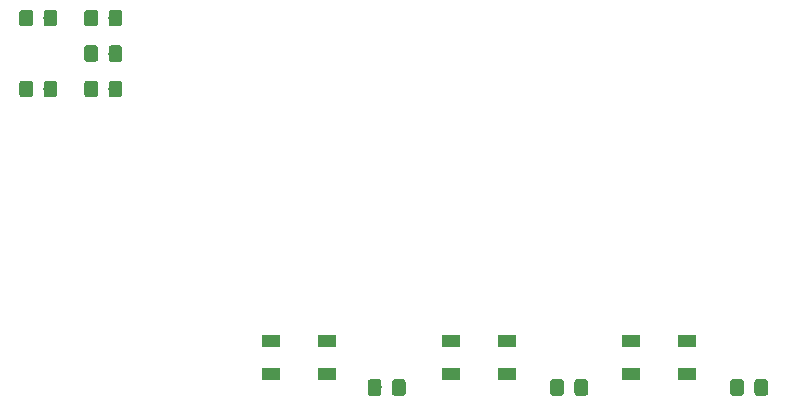
<source format=gbr>
G04 #@! TF.GenerationSoftware,KiCad,Pcbnew,(5.1.4)-1*
G04 #@! TF.CreationDate,2019-09-08T22:11:41-07:00*
G04 #@! TF.ProjectId,arduino-micro,61726475-696e-46f2-9d6d-6963726f2e6b,rev?*
G04 #@! TF.SameCoordinates,Original*
G04 #@! TF.FileFunction,Paste,Top*
G04 #@! TF.FilePolarity,Positive*
%FSLAX46Y46*%
G04 Gerber Fmt 4.6, Leading zero omitted, Abs format (unit mm)*
G04 Created by KiCad (PCBNEW (5.1.4)-1) date 2019-09-08 22:11:41*
%MOMM*%
%LPD*%
G04 APERTURE LIST*
%ADD10C,0.100000*%
%ADD11C,1.150000*%
%ADD12R,1.600000X1.000000*%
G04 APERTURE END LIST*
D10*
G36*
X127874505Y-96301204D02*
G01*
X127898773Y-96304804D01*
X127922572Y-96310765D01*
X127945671Y-96319030D01*
X127967850Y-96329520D01*
X127988893Y-96342132D01*
X128008599Y-96356747D01*
X128026777Y-96373223D01*
X128043253Y-96391401D01*
X128057868Y-96411107D01*
X128070480Y-96432150D01*
X128080970Y-96454329D01*
X128089235Y-96477428D01*
X128095196Y-96501227D01*
X128098796Y-96525495D01*
X128100000Y-96549999D01*
X128100000Y-97450001D01*
X128098796Y-97474505D01*
X128095196Y-97498773D01*
X128089235Y-97522572D01*
X128080970Y-97545671D01*
X128070480Y-97567850D01*
X128057868Y-97588893D01*
X128043253Y-97608599D01*
X128026777Y-97626777D01*
X128008599Y-97643253D01*
X127988893Y-97657868D01*
X127967850Y-97670480D01*
X127945671Y-97680970D01*
X127922572Y-97689235D01*
X127898773Y-97695196D01*
X127874505Y-97698796D01*
X127850001Y-97700000D01*
X127199999Y-97700000D01*
X127175495Y-97698796D01*
X127151227Y-97695196D01*
X127127428Y-97689235D01*
X127104329Y-97680970D01*
X127082150Y-97670480D01*
X127061107Y-97657868D01*
X127041401Y-97643253D01*
X127023223Y-97626777D01*
X127006747Y-97608599D01*
X126992132Y-97588893D01*
X126979520Y-97567850D01*
X126969030Y-97545671D01*
X126960765Y-97522572D01*
X126954804Y-97498773D01*
X126951204Y-97474505D01*
X126950000Y-97450001D01*
X126950000Y-96549999D01*
X126951204Y-96525495D01*
X126954804Y-96501227D01*
X126960765Y-96477428D01*
X126969030Y-96454329D01*
X126979520Y-96432150D01*
X126992132Y-96411107D01*
X127006747Y-96391401D01*
X127023223Y-96373223D01*
X127041401Y-96356747D01*
X127061107Y-96342132D01*
X127082150Y-96329520D01*
X127104329Y-96319030D01*
X127127428Y-96310765D01*
X127151227Y-96304804D01*
X127175495Y-96301204D01*
X127199999Y-96300000D01*
X127850001Y-96300000D01*
X127874505Y-96301204D01*
X127874505Y-96301204D01*
G37*
D11*
X127525000Y-97000000D03*
D10*
G36*
X125824505Y-96301204D02*
G01*
X125848773Y-96304804D01*
X125872572Y-96310765D01*
X125895671Y-96319030D01*
X125917850Y-96329520D01*
X125938893Y-96342132D01*
X125958599Y-96356747D01*
X125976777Y-96373223D01*
X125993253Y-96391401D01*
X126007868Y-96411107D01*
X126020480Y-96432150D01*
X126030970Y-96454329D01*
X126039235Y-96477428D01*
X126045196Y-96501227D01*
X126048796Y-96525495D01*
X126050000Y-96549999D01*
X126050000Y-97450001D01*
X126048796Y-97474505D01*
X126045196Y-97498773D01*
X126039235Y-97522572D01*
X126030970Y-97545671D01*
X126020480Y-97567850D01*
X126007868Y-97588893D01*
X125993253Y-97608599D01*
X125976777Y-97626777D01*
X125958599Y-97643253D01*
X125938893Y-97657868D01*
X125917850Y-97670480D01*
X125895671Y-97680970D01*
X125872572Y-97689235D01*
X125848773Y-97695196D01*
X125824505Y-97698796D01*
X125800001Y-97700000D01*
X125149999Y-97700000D01*
X125125495Y-97698796D01*
X125101227Y-97695196D01*
X125077428Y-97689235D01*
X125054329Y-97680970D01*
X125032150Y-97670480D01*
X125011107Y-97657868D01*
X124991401Y-97643253D01*
X124973223Y-97626777D01*
X124956747Y-97608599D01*
X124942132Y-97588893D01*
X124929520Y-97567850D01*
X124919030Y-97545671D01*
X124910765Y-97522572D01*
X124904804Y-97498773D01*
X124901204Y-97474505D01*
X124900000Y-97450001D01*
X124900000Y-96549999D01*
X124901204Y-96525495D01*
X124904804Y-96501227D01*
X124910765Y-96477428D01*
X124919030Y-96454329D01*
X124929520Y-96432150D01*
X124942132Y-96411107D01*
X124956747Y-96391401D01*
X124973223Y-96373223D01*
X124991401Y-96356747D01*
X125011107Y-96342132D01*
X125032150Y-96329520D01*
X125054329Y-96319030D01*
X125077428Y-96310765D01*
X125101227Y-96304804D01*
X125125495Y-96301204D01*
X125149999Y-96300000D01*
X125800001Y-96300000D01*
X125824505Y-96301204D01*
X125824505Y-96301204D01*
G37*
D11*
X125475000Y-97000000D03*
D10*
G36*
X127874505Y-102301204D02*
G01*
X127898773Y-102304804D01*
X127922572Y-102310765D01*
X127945671Y-102319030D01*
X127967850Y-102329520D01*
X127988893Y-102342132D01*
X128008599Y-102356747D01*
X128026777Y-102373223D01*
X128043253Y-102391401D01*
X128057868Y-102411107D01*
X128070480Y-102432150D01*
X128080970Y-102454329D01*
X128089235Y-102477428D01*
X128095196Y-102501227D01*
X128098796Y-102525495D01*
X128100000Y-102549999D01*
X128100000Y-103450001D01*
X128098796Y-103474505D01*
X128095196Y-103498773D01*
X128089235Y-103522572D01*
X128080970Y-103545671D01*
X128070480Y-103567850D01*
X128057868Y-103588893D01*
X128043253Y-103608599D01*
X128026777Y-103626777D01*
X128008599Y-103643253D01*
X127988893Y-103657868D01*
X127967850Y-103670480D01*
X127945671Y-103680970D01*
X127922572Y-103689235D01*
X127898773Y-103695196D01*
X127874505Y-103698796D01*
X127850001Y-103700000D01*
X127199999Y-103700000D01*
X127175495Y-103698796D01*
X127151227Y-103695196D01*
X127127428Y-103689235D01*
X127104329Y-103680970D01*
X127082150Y-103670480D01*
X127061107Y-103657868D01*
X127041401Y-103643253D01*
X127023223Y-103626777D01*
X127006747Y-103608599D01*
X126992132Y-103588893D01*
X126979520Y-103567850D01*
X126969030Y-103545671D01*
X126960765Y-103522572D01*
X126954804Y-103498773D01*
X126951204Y-103474505D01*
X126950000Y-103450001D01*
X126950000Y-102549999D01*
X126951204Y-102525495D01*
X126954804Y-102501227D01*
X126960765Y-102477428D01*
X126969030Y-102454329D01*
X126979520Y-102432150D01*
X126992132Y-102411107D01*
X127006747Y-102391401D01*
X127023223Y-102373223D01*
X127041401Y-102356747D01*
X127061107Y-102342132D01*
X127082150Y-102329520D01*
X127104329Y-102319030D01*
X127127428Y-102310765D01*
X127151227Y-102304804D01*
X127175495Y-102301204D01*
X127199999Y-102300000D01*
X127850001Y-102300000D01*
X127874505Y-102301204D01*
X127874505Y-102301204D01*
G37*
D11*
X127525000Y-103000000D03*
D10*
G36*
X125824505Y-102301204D02*
G01*
X125848773Y-102304804D01*
X125872572Y-102310765D01*
X125895671Y-102319030D01*
X125917850Y-102329520D01*
X125938893Y-102342132D01*
X125958599Y-102356747D01*
X125976777Y-102373223D01*
X125993253Y-102391401D01*
X126007868Y-102411107D01*
X126020480Y-102432150D01*
X126030970Y-102454329D01*
X126039235Y-102477428D01*
X126045196Y-102501227D01*
X126048796Y-102525495D01*
X126050000Y-102549999D01*
X126050000Y-103450001D01*
X126048796Y-103474505D01*
X126045196Y-103498773D01*
X126039235Y-103522572D01*
X126030970Y-103545671D01*
X126020480Y-103567850D01*
X126007868Y-103588893D01*
X125993253Y-103608599D01*
X125976777Y-103626777D01*
X125958599Y-103643253D01*
X125938893Y-103657868D01*
X125917850Y-103670480D01*
X125895671Y-103680970D01*
X125872572Y-103689235D01*
X125848773Y-103695196D01*
X125824505Y-103698796D01*
X125800001Y-103700000D01*
X125149999Y-103700000D01*
X125125495Y-103698796D01*
X125101227Y-103695196D01*
X125077428Y-103689235D01*
X125054329Y-103680970D01*
X125032150Y-103670480D01*
X125011107Y-103657868D01*
X124991401Y-103643253D01*
X124973223Y-103626777D01*
X124956747Y-103608599D01*
X124942132Y-103588893D01*
X124929520Y-103567850D01*
X124919030Y-103545671D01*
X124910765Y-103522572D01*
X124904804Y-103498773D01*
X124901204Y-103474505D01*
X124900000Y-103450001D01*
X124900000Y-102549999D01*
X124901204Y-102525495D01*
X124904804Y-102501227D01*
X124910765Y-102477428D01*
X124919030Y-102454329D01*
X124929520Y-102432150D01*
X124942132Y-102411107D01*
X124956747Y-102391401D01*
X124973223Y-102373223D01*
X124991401Y-102356747D01*
X125011107Y-102342132D01*
X125032150Y-102329520D01*
X125054329Y-102319030D01*
X125077428Y-102310765D01*
X125101227Y-102304804D01*
X125125495Y-102301204D01*
X125149999Y-102300000D01*
X125800001Y-102300000D01*
X125824505Y-102301204D01*
X125824505Y-102301204D01*
G37*
D11*
X125475000Y-103000000D03*
D12*
X181470000Y-124330000D03*
X176670000Y-124330000D03*
X181470000Y-127130000D03*
X176670000Y-127130000D03*
X166230000Y-124330000D03*
X161430000Y-124330000D03*
X166230000Y-127130000D03*
X161430000Y-127130000D03*
X150990000Y-124330000D03*
X146190000Y-124330000D03*
X150990000Y-127130000D03*
X146190000Y-127130000D03*
D10*
G36*
X188064505Y-127571204D02*
G01*
X188088773Y-127574804D01*
X188112572Y-127580765D01*
X188135671Y-127589030D01*
X188157850Y-127599520D01*
X188178893Y-127612132D01*
X188198599Y-127626747D01*
X188216777Y-127643223D01*
X188233253Y-127661401D01*
X188247868Y-127681107D01*
X188260480Y-127702150D01*
X188270970Y-127724329D01*
X188279235Y-127747428D01*
X188285196Y-127771227D01*
X188288796Y-127795495D01*
X188290000Y-127819999D01*
X188290000Y-128720001D01*
X188288796Y-128744505D01*
X188285196Y-128768773D01*
X188279235Y-128792572D01*
X188270970Y-128815671D01*
X188260480Y-128837850D01*
X188247868Y-128858893D01*
X188233253Y-128878599D01*
X188216777Y-128896777D01*
X188198599Y-128913253D01*
X188178893Y-128927868D01*
X188157850Y-128940480D01*
X188135671Y-128950970D01*
X188112572Y-128959235D01*
X188088773Y-128965196D01*
X188064505Y-128968796D01*
X188040001Y-128970000D01*
X187389999Y-128970000D01*
X187365495Y-128968796D01*
X187341227Y-128965196D01*
X187317428Y-128959235D01*
X187294329Y-128950970D01*
X187272150Y-128940480D01*
X187251107Y-128927868D01*
X187231401Y-128913253D01*
X187213223Y-128896777D01*
X187196747Y-128878599D01*
X187182132Y-128858893D01*
X187169520Y-128837850D01*
X187159030Y-128815671D01*
X187150765Y-128792572D01*
X187144804Y-128768773D01*
X187141204Y-128744505D01*
X187140000Y-128720001D01*
X187140000Y-127819999D01*
X187141204Y-127795495D01*
X187144804Y-127771227D01*
X187150765Y-127747428D01*
X187159030Y-127724329D01*
X187169520Y-127702150D01*
X187182132Y-127681107D01*
X187196747Y-127661401D01*
X187213223Y-127643223D01*
X187231401Y-127626747D01*
X187251107Y-127612132D01*
X187272150Y-127599520D01*
X187294329Y-127589030D01*
X187317428Y-127580765D01*
X187341227Y-127574804D01*
X187365495Y-127571204D01*
X187389999Y-127570000D01*
X188040001Y-127570000D01*
X188064505Y-127571204D01*
X188064505Y-127571204D01*
G37*
D11*
X187715000Y-128270000D03*
D10*
G36*
X186014505Y-127571204D02*
G01*
X186038773Y-127574804D01*
X186062572Y-127580765D01*
X186085671Y-127589030D01*
X186107850Y-127599520D01*
X186128893Y-127612132D01*
X186148599Y-127626747D01*
X186166777Y-127643223D01*
X186183253Y-127661401D01*
X186197868Y-127681107D01*
X186210480Y-127702150D01*
X186220970Y-127724329D01*
X186229235Y-127747428D01*
X186235196Y-127771227D01*
X186238796Y-127795495D01*
X186240000Y-127819999D01*
X186240000Y-128720001D01*
X186238796Y-128744505D01*
X186235196Y-128768773D01*
X186229235Y-128792572D01*
X186220970Y-128815671D01*
X186210480Y-128837850D01*
X186197868Y-128858893D01*
X186183253Y-128878599D01*
X186166777Y-128896777D01*
X186148599Y-128913253D01*
X186128893Y-128927868D01*
X186107850Y-128940480D01*
X186085671Y-128950970D01*
X186062572Y-128959235D01*
X186038773Y-128965196D01*
X186014505Y-128968796D01*
X185990001Y-128970000D01*
X185339999Y-128970000D01*
X185315495Y-128968796D01*
X185291227Y-128965196D01*
X185267428Y-128959235D01*
X185244329Y-128950970D01*
X185222150Y-128940480D01*
X185201107Y-128927868D01*
X185181401Y-128913253D01*
X185163223Y-128896777D01*
X185146747Y-128878599D01*
X185132132Y-128858893D01*
X185119520Y-128837850D01*
X185109030Y-128815671D01*
X185100765Y-128792572D01*
X185094804Y-128768773D01*
X185091204Y-128744505D01*
X185090000Y-128720001D01*
X185090000Y-127819999D01*
X185091204Y-127795495D01*
X185094804Y-127771227D01*
X185100765Y-127747428D01*
X185109030Y-127724329D01*
X185119520Y-127702150D01*
X185132132Y-127681107D01*
X185146747Y-127661401D01*
X185163223Y-127643223D01*
X185181401Y-127626747D01*
X185201107Y-127612132D01*
X185222150Y-127599520D01*
X185244329Y-127589030D01*
X185267428Y-127580765D01*
X185291227Y-127574804D01*
X185315495Y-127571204D01*
X185339999Y-127570000D01*
X185990001Y-127570000D01*
X186014505Y-127571204D01*
X186014505Y-127571204D01*
G37*
D11*
X185665000Y-128270000D03*
D10*
G36*
X157374505Y-127571204D02*
G01*
X157398773Y-127574804D01*
X157422572Y-127580765D01*
X157445671Y-127589030D01*
X157467850Y-127599520D01*
X157488893Y-127612132D01*
X157508599Y-127626747D01*
X157526777Y-127643223D01*
X157543253Y-127661401D01*
X157557868Y-127681107D01*
X157570480Y-127702150D01*
X157580970Y-127724329D01*
X157589235Y-127747428D01*
X157595196Y-127771227D01*
X157598796Y-127795495D01*
X157600000Y-127819999D01*
X157600000Y-128720001D01*
X157598796Y-128744505D01*
X157595196Y-128768773D01*
X157589235Y-128792572D01*
X157580970Y-128815671D01*
X157570480Y-128837850D01*
X157557868Y-128858893D01*
X157543253Y-128878599D01*
X157526777Y-128896777D01*
X157508599Y-128913253D01*
X157488893Y-128927868D01*
X157467850Y-128940480D01*
X157445671Y-128950970D01*
X157422572Y-128959235D01*
X157398773Y-128965196D01*
X157374505Y-128968796D01*
X157350001Y-128970000D01*
X156699999Y-128970000D01*
X156675495Y-128968796D01*
X156651227Y-128965196D01*
X156627428Y-128959235D01*
X156604329Y-128950970D01*
X156582150Y-128940480D01*
X156561107Y-128927868D01*
X156541401Y-128913253D01*
X156523223Y-128896777D01*
X156506747Y-128878599D01*
X156492132Y-128858893D01*
X156479520Y-128837850D01*
X156469030Y-128815671D01*
X156460765Y-128792572D01*
X156454804Y-128768773D01*
X156451204Y-128744505D01*
X156450000Y-128720001D01*
X156450000Y-127819999D01*
X156451204Y-127795495D01*
X156454804Y-127771227D01*
X156460765Y-127747428D01*
X156469030Y-127724329D01*
X156479520Y-127702150D01*
X156492132Y-127681107D01*
X156506747Y-127661401D01*
X156523223Y-127643223D01*
X156541401Y-127626747D01*
X156561107Y-127612132D01*
X156582150Y-127599520D01*
X156604329Y-127589030D01*
X156627428Y-127580765D01*
X156651227Y-127574804D01*
X156675495Y-127571204D01*
X156699999Y-127570000D01*
X157350001Y-127570000D01*
X157374505Y-127571204D01*
X157374505Y-127571204D01*
G37*
D11*
X157025000Y-128270000D03*
D10*
G36*
X155324505Y-127571204D02*
G01*
X155348773Y-127574804D01*
X155372572Y-127580765D01*
X155395671Y-127589030D01*
X155417850Y-127599520D01*
X155438893Y-127612132D01*
X155458599Y-127626747D01*
X155476777Y-127643223D01*
X155493253Y-127661401D01*
X155507868Y-127681107D01*
X155520480Y-127702150D01*
X155530970Y-127724329D01*
X155539235Y-127747428D01*
X155545196Y-127771227D01*
X155548796Y-127795495D01*
X155550000Y-127819999D01*
X155550000Y-128720001D01*
X155548796Y-128744505D01*
X155545196Y-128768773D01*
X155539235Y-128792572D01*
X155530970Y-128815671D01*
X155520480Y-128837850D01*
X155507868Y-128858893D01*
X155493253Y-128878599D01*
X155476777Y-128896777D01*
X155458599Y-128913253D01*
X155438893Y-128927868D01*
X155417850Y-128940480D01*
X155395671Y-128950970D01*
X155372572Y-128959235D01*
X155348773Y-128965196D01*
X155324505Y-128968796D01*
X155300001Y-128970000D01*
X154649999Y-128970000D01*
X154625495Y-128968796D01*
X154601227Y-128965196D01*
X154577428Y-128959235D01*
X154554329Y-128950970D01*
X154532150Y-128940480D01*
X154511107Y-128927868D01*
X154491401Y-128913253D01*
X154473223Y-128896777D01*
X154456747Y-128878599D01*
X154442132Y-128858893D01*
X154429520Y-128837850D01*
X154419030Y-128815671D01*
X154410765Y-128792572D01*
X154404804Y-128768773D01*
X154401204Y-128744505D01*
X154400000Y-128720001D01*
X154400000Y-127819999D01*
X154401204Y-127795495D01*
X154404804Y-127771227D01*
X154410765Y-127747428D01*
X154419030Y-127724329D01*
X154429520Y-127702150D01*
X154442132Y-127681107D01*
X154456747Y-127661401D01*
X154473223Y-127643223D01*
X154491401Y-127626747D01*
X154511107Y-127612132D01*
X154532150Y-127599520D01*
X154554329Y-127589030D01*
X154577428Y-127580765D01*
X154601227Y-127574804D01*
X154625495Y-127571204D01*
X154649999Y-127570000D01*
X155300001Y-127570000D01*
X155324505Y-127571204D01*
X155324505Y-127571204D01*
G37*
D11*
X154975000Y-128270000D03*
D10*
G36*
X172824505Y-127571204D02*
G01*
X172848773Y-127574804D01*
X172872572Y-127580765D01*
X172895671Y-127589030D01*
X172917850Y-127599520D01*
X172938893Y-127612132D01*
X172958599Y-127626747D01*
X172976777Y-127643223D01*
X172993253Y-127661401D01*
X173007868Y-127681107D01*
X173020480Y-127702150D01*
X173030970Y-127724329D01*
X173039235Y-127747428D01*
X173045196Y-127771227D01*
X173048796Y-127795495D01*
X173050000Y-127819999D01*
X173050000Y-128720001D01*
X173048796Y-128744505D01*
X173045196Y-128768773D01*
X173039235Y-128792572D01*
X173030970Y-128815671D01*
X173020480Y-128837850D01*
X173007868Y-128858893D01*
X172993253Y-128878599D01*
X172976777Y-128896777D01*
X172958599Y-128913253D01*
X172938893Y-128927868D01*
X172917850Y-128940480D01*
X172895671Y-128950970D01*
X172872572Y-128959235D01*
X172848773Y-128965196D01*
X172824505Y-128968796D01*
X172800001Y-128970000D01*
X172149999Y-128970000D01*
X172125495Y-128968796D01*
X172101227Y-128965196D01*
X172077428Y-128959235D01*
X172054329Y-128950970D01*
X172032150Y-128940480D01*
X172011107Y-128927868D01*
X171991401Y-128913253D01*
X171973223Y-128896777D01*
X171956747Y-128878599D01*
X171942132Y-128858893D01*
X171929520Y-128837850D01*
X171919030Y-128815671D01*
X171910765Y-128792572D01*
X171904804Y-128768773D01*
X171901204Y-128744505D01*
X171900000Y-128720001D01*
X171900000Y-127819999D01*
X171901204Y-127795495D01*
X171904804Y-127771227D01*
X171910765Y-127747428D01*
X171919030Y-127724329D01*
X171929520Y-127702150D01*
X171942132Y-127681107D01*
X171956747Y-127661401D01*
X171973223Y-127643223D01*
X171991401Y-127626747D01*
X172011107Y-127612132D01*
X172032150Y-127599520D01*
X172054329Y-127589030D01*
X172077428Y-127580765D01*
X172101227Y-127574804D01*
X172125495Y-127571204D01*
X172149999Y-127570000D01*
X172800001Y-127570000D01*
X172824505Y-127571204D01*
X172824505Y-127571204D01*
G37*
D11*
X172475000Y-128270000D03*
D10*
G36*
X170774505Y-127571204D02*
G01*
X170798773Y-127574804D01*
X170822572Y-127580765D01*
X170845671Y-127589030D01*
X170867850Y-127599520D01*
X170888893Y-127612132D01*
X170908599Y-127626747D01*
X170926777Y-127643223D01*
X170943253Y-127661401D01*
X170957868Y-127681107D01*
X170970480Y-127702150D01*
X170980970Y-127724329D01*
X170989235Y-127747428D01*
X170995196Y-127771227D01*
X170998796Y-127795495D01*
X171000000Y-127819999D01*
X171000000Y-128720001D01*
X170998796Y-128744505D01*
X170995196Y-128768773D01*
X170989235Y-128792572D01*
X170980970Y-128815671D01*
X170970480Y-128837850D01*
X170957868Y-128858893D01*
X170943253Y-128878599D01*
X170926777Y-128896777D01*
X170908599Y-128913253D01*
X170888893Y-128927868D01*
X170867850Y-128940480D01*
X170845671Y-128950970D01*
X170822572Y-128959235D01*
X170798773Y-128965196D01*
X170774505Y-128968796D01*
X170750001Y-128970000D01*
X170099999Y-128970000D01*
X170075495Y-128968796D01*
X170051227Y-128965196D01*
X170027428Y-128959235D01*
X170004329Y-128950970D01*
X169982150Y-128940480D01*
X169961107Y-128927868D01*
X169941401Y-128913253D01*
X169923223Y-128896777D01*
X169906747Y-128878599D01*
X169892132Y-128858893D01*
X169879520Y-128837850D01*
X169869030Y-128815671D01*
X169860765Y-128792572D01*
X169854804Y-128768773D01*
X169851204Y-128744505D01*
X169850000Y-128720001D01*
X169850000Y-127819999D01*
X169851204Y-127795495D01*
X169854804Y-127771227D01*
X169860765Y-127747428D01*
X169869030Y-127724329D01*
X169879520Y-127702150D01*
X169892132Y-127681107D01*
X169906747Y-127661401D01*
X169923223Y-127643223D01*
X169941401Y-127626747D01*
X169961107Y-127612132D01*
X169982150Y-127599520D01*
X170004329Y-127589030D01*
X170027428Y-127580765D01*
X170051227Y-127574804D01*
X170075495Y-127571204D01*
X170099999Y-127570000D01*
X170750001Y-127570000D01*
X170774505Y-127571204D01*
X170774505Y-127571204D01*
G37*
D11*
X170425000Y-128270000D03*
D10*
G36*
X133374505Y-99301204D02*
G01*
X133398773Y-99304804D01*
X133422572Y-99310765D01*
X133445671Y-99319030D01*
X133467850Y-99329520D01*
X133488893Y-99342132D01*
X133508599Y-99356747D01*
X133526777Y-99373223D01*
X133543253Y-99391401D01*
X133557868Y-99411107D01*
X133570480Y-99432150D01*
X133580970Y-99454329D01*
X133589235Y-99477428D01*
X133595196Y-99501227D01*
X133598796Y-99525495D01*
X133600000Y-99549999D01*
X133600000Y-100450001D01*
X133598796Y-100474505D01*
X133595196Y-100498773D01*
X133589235Y-100522572D01*
X133580970Y-100545671D01*
X133570480Y-100567850D01*
X133557868Y-100588893D01*
X133543253Y-100608599D01*
X133526777Y-100626777D01*
X133508599Y-100643253D01*
X133488893Y-100657868D01*
X133467850Y-100670480D01*
X133445671Y-100680970D01*
X133422572Y-100689235D01*
X133398773Y-100695196D01*
X133374505Y-100698796D01*
X133350001Y-100700000D01*
X132699999Y-100700000D01*
X132675495Y-100698796D01*
X132651227Y-100695196D01*
X132627428Y-100689235D01*
X132604329Y-100680970D01*
X132582150Y-100670480D01*
X132561107Y-100657868D01*
X132541401Y-100643253D01*
X132523223Y-100626777D01*
X132506747Y-100608599D01*
X132492132Y-100588893D01*
X132479520Y-100567850D01*
X132469030Y-100545671D01*
X132460765Y-100522572D01*
X132454804Y-100498773D01*
X132451204Y-100474505D01*
X132450000Y-100450001D01*
X132450000Y-99549999D01*
X132451204Y-99525495D01*
X132454804Y-99501227D01*
X132460765Y-99477428D01*
X132469030Y-99454329D01*
X132479520Y-99432150D01*
X132492132Y-99411107D01*
X132506747Y-99391401D01*
X132523223Y-99373223D01*
X132541401Y-99356747D01*
X132561107Y-99342132D01*
X132582150Y-99329520D01*
X132604329Y-99319030D01*
X132627428Y-99310765D01*
X132651227Y-99304804D01*
X132675495Y-99301204D01*
X132699999Y-99300000D01*
X133350001Y-99300000D01*
X133374505Y-99301204D01*
X133374505Y-99301204D01*
G37*
D11*
X133025000Y-100000000D03*
D10*
G36*
X131324505Y-99301204D02*
G01*
X131348773Y-99304804D01*
X131372572Y-99310765D01*
X131395671Y-99319030D01*
X131417850Y-99329520D01*
X131438893Y-99342132D01*
X131458599Y-99356747D01*
X131476777Y-99373223D01*
X131493253Y-99391401D01*
X131507868Y-99411107D01*
X131520480Y-99432150D01*
X131530970Y-99454329D01*
X131539235Y-99477428D01*
X131545196Y-99501227D01*
X131548796Y-99525495D01*
X131550000Y-99549999D01*
X131550000Y-100450001D01*
X131548796Y-100474505D01*
X131545196Y-100498773D01*
X131539235Y-100522572D01*
X131530970Y-100545671D01*
X131520480Y-100567850D01*
X131507868Y-100588893D01*
X131493253Y-100608599D01*
X131476777Y-100626777D01*
X131458599Y-100643253D01*
X131438893Y-100657868D01*
X131417850Y-100670480D01*
X131395671Y-100680970D01*
X131372572Y-100689235D01*
X131348773Y-100695196D01*
X131324505Y-100698796D01*
X131300001Y-100700000D01*
X130649999Y-100700000D01*
X130625495Y-100698796D01*
X130601227Y-100695196D01*
X130577428Y-100689235D01*
X130554329Y-100680970D01*
X130532150Y-100670480D01*
X130511107Y-100657868D01*
X130491401Y-100643253D01*
X130473223Y-100626777D01*
X130456747Y-100608599D01*
X130442132Y-100588893D01*
X130429520Y-100567850D01*
X130419030Y-100545671D01*
X130410765Y-100522572D01*
X130404804Y-100498773D01*
X130401204Y-100474505D01*
X130400000Y-100450001D01*
X130400000Y-99549999D01*
X130401204Y-99525495D01*
X130404804Y-99501227D01*
X130410765Y-99477428D01*
X130419030Y-99454329D01*
X130429520Y-99432150D01*
X130442132Y-99411107D01*
X130456747Y-99391401D01*
X130473223Y-99373223D01*
X130491401Y-99356747D01*
X130511107Y-99342132D01*
X130532150Y-99329520D01*
X130554329Y-99319030D01*
X130577428Y-99310765D01*
X130601227Y-99304804D01*
X130625495Y-99301204D01*
X130649999Y-99300000D01*
X131300001Y-99300000D01*
X131324505Y-99301204D01*
X131324505Y-99301204D01*
G37*
D11*
X130975000Y-100000000D03*
D10*
G36*
X133374505Y-96301204D02*
G01*
X133398773Y-96304804D01*
X133422572Y-96310765D01*
X133445671Y-96319030D01*
X133467850Y-96329520D01*
X133488893Y-96342132D01*
X133508599Y-96356747D01*
X133526777Y-96373223D01*
X133543253Y-96391401D01*
X133557868Y-96411107D01*
X133570480Y-96432150D01*
X133580970Y-96454329D01*
X133589235Y-96477428D01*
X133595196Y-96501227D01*
X133598796Y-96525495D01*
X133600000Y-96549999D01*
X133600000Y-97450001D01*
X133598796Y-97474505D01*
X133595196Y-97498773D01*
X133589235Y-97522572D01*
X133580970Y-97545671D01*
X133570480Y-97567850D01*
X133557868Y-97588893D01*
X133543253Y-97608599D01*
X133526777Y-97626777D01*
X133508599Y-97643253D01*
X133488893Y-97657868D01*
X133467850Y-97670480D01*
X133445671Y-97680970D01*
X133422572Y-97689235D01*
X133398773Y-97695196D01*
X133374505Y-97698796D01*
X133350001Y-97700000D01*
X132699999Y-97700000D01*
X132675495Y-97698796D01*
X132651227Y-97695196D01*
X132627428Y-97689235D01*
X132604329Y-97680970D01*
X132582150Y-97670480D01*
X132561107Y-97657868D01*
X132541401Y-97643253D01*
X132523223Y-97626777D01*
X132506747Y-97608599D01*
X132492132Y-97588893D01*
X132479520Y-97567850D01*
X132469030Y-97545671D01*
X132460765Y-97522572D01*
X132454804Y-97498773D01*
X132451204Y-97474505D01*
X132450000Y-97450001D01*
X132450000Y-96549999D01*
X132451204Y-96525495D01*
X132454804Y-96501227D01*
X132460765Y-96477428D01*
X132469030Y-96454329D01*
X132479520Y-96432150D01*
X132492132Y-96411107D01*
X132506747Y-96391401D01*
X132523223Y-96373223D01*
X132541401Y-96356747D01*
X132561107Y-96342132D01*
X132582150Y-96329520D01*
X132604329Y-96319030D01*
X132627428Y-96310765D01*
X132651227Y-96304804D01*
X132675495Y-96301204D01*
X132699999Y-96300000D01*
X133350001Y-96300000D01*
X133374505Y-96301204D01*
X133374505Y-96301204D01*
G37*
D11*
X133025000Y-97000000D03*
D10*
G36*
X131324505Y-96301204D02*
G01*
X131348773Y-96304804D01*
X131372572Y-96310765D01*
X131395671Y-96319030D01*
X131417850Y-96329520D01*
X131438893Y-96342132D01*
X131458599Y-96356747D01*
X131476777Y-96373223D01*
X131493253Y-96391401D01*
X131507868Y-96411107D01*
X131520480Y-96432150D01*
X131530970Y-96454329D01*
X131539235Y-96477428D01*
X131545196Y-96501227D01*
X131548796Y-96525495D01*
X131550000Y-96549999D01*
X131550000Y-97450001D01*
X131548796Y-97474505D01*
X131545196Y-97498773D01*
X131539235Y-97522572D01*
X131530970Y-97545671D01*
X131520480Y-97567850D01*
X131507868Y-97588893D01*
X131493253Y-97608599D01*
X131476777Y-97626777D01*
X131458599Y-97643253D01*
X131438893Y-97657868D01*
X131417850Y-97670480D01*
X131395671Y-97680970D01*
X131372572Y-97689235D01*
X131348773Y-97695196D01*
X131324505Y-97698796D01*
X131300001Y-97700000D01*
X130649999Y-97700000D01*
X130625495Y-97698796D01*
X130601227Y-97695196D01*
X130577428Y-97689235D01*
X130554329Y-97680970D01*
X130532150Y-97670480D01*
X130511107Y-97657868D01*
X130491401Y-97643253D01*
X130473223Y-97626777D01*
X130456747Y-97608599D01*
X130442132Y-97588893D01*
X130429520Y-97567850D01*
X130419030Y-97545671D01*
X130410765Y-97522572D01*
X130404804Y-97498773D01*
X130401204Y-97474505D01*
X130400000Y-97450001D01*
X130400000Y-96549999D01*
X130401204Y-96525495D01*
X130404804Y-96501227D01*
X130410765Y-96477428D01*
X130419030Y-96454329D01*
X130429520Y-96432150D01*
X130442132Y-96411107D01*
X130456747Y-96391401D01*
X130473223Y-96373223D01*
X130491401Y-96356747D01*
X130511107Y-96342132D01*
X130532150Y-96329520D01*
X130554329Y-96319030D01*
X130577428Y-96310765D01*
X130601227Y-96304804D01*
X130625495Y-96301204D01*
X130649999Y-96300000D01*
X131300001Y-96300000D01*
X131324505Y-96301204D01*
X131324505Y-96301204D01*
G37*
D11*
X130975000Y-97000000D03*
D10*
G36*
X133374505Y-102301204D02*
G01*
X133398773Y-102304804D01*
X133422572Y-102310765D01*
X133445671Y-102319030D01*
X133467850Y-102329520D01*
X133488893Y-102342132D01*
X133508599Y-102356747D01*
X133526777Y-102373223D01*
X133543253Y-102391401D01*
X133557868Y-102411107D01*
X133570480Y-102432150D01*
X133580970Y-102454329D01*
X133589235Y-102477428D01*
X133595196Y-102501227D01*
X133598796Y-102525495D01*
X133600000Y-102549999D01*
X133600000Y-103450001D01*
X133598796Y-103474505D01*
X133595196Y-103498773D01*
X133589235Y-103522572D01*
X133580970Y-103545671D01*
X133570480Y-103567850D01*
X133557868Y-103588893D01*
X133543253Y-103608599D01*
X133526777Y-103626777D01*
X133508599Y-103643253D01*
X133488893Y-103657868D01*
X133467850Y-103670480D01*
X133445671Y-103680970D01*
X133422572Y-103689235D01*
X133398773Y-103695196D01*
X133374505Y-103698796D01*
X133350001Y-103700000D01*
X132699999Y-103700000D01*
X132675495Y-103698796D01*
X132651227Y-103695196D01*
X132627428Y-103689235D01*
X132604329Y-103680970D01*
X132582150Y-103670480D01*
X132561107Y-103657868D01*
X132541401Y-103643253D01*
X132523223Y-103626777D01*
X132506747Y-103608599D01*
X132492132Y-103588893D01*
X132479520Y-103567850D01*
X132469030Y-103545671D01*
X132460765Y-103522572D01*
X132454804Y-103498773D01*
X132451204Y-103474505D01*
X132450000Y-103450001D01*
X132450000Y-102549999D01*
X132451204Y-102525495D01*
X132454804Y-102501227D01*
X132460765Y-102477428D01*
X132469030Y-102454329D01*
X132479520Y-102432150D01*
X132492132Y-102411107D01*
X132506747Y-102391401D01*
X132523223Y-102373223D01*
X132541401Y-102356747D01*
X132561107Y-102342132D01*
X132582150Y-102329520D01*
X132604329Y-102319030D01*
X132627428Y-102310765D01*
X132651227Y-102304804D01*
X132675495Y-102301204D01*
X132699999Y-102300000D01*
X133350001Y-102300000D01*
X133374505Y-102301204D01*
X133374505Y-102301204D01*
G37*
D11*
X133025000Y-103000000D03*
D10*
G36*
X131324505Y-102301204D02*
G01*
X131348773Y-102304804D01*
X131372572Y-102310765D01*
X131395671Y-102319030D01*
X131417850Y-102329520D01*
X131438893Y-102342132D01*
X131458599Y-102356747D01*
X131476777Y-102373223D01*
X131493253Y-102391401D01*
X131507868Y-102411107D01*
X131520480Y-102432150D01*
X131530970Y-102454329D01*
X131539235Y-102477428D01*
X131545196Y-102501227D01*
X131548796Y-102525495D01*
X131550000Y-102549999D01*
X131550000Y-103450001D01*
X131548796Y-103474505D01*
X131545196Y-103498773D01*
X131539235Y-103522572D01*
X131530970Y-103545671D01*
X131520480Y-103567850D01*
X131507868Y-103588893D01*
X131493253Y-103608599D01*
X131476777Y-103626777D01*
X131458599Y-103643253D01*
X131438893Y-103657868D01*
X131417850Y-103670480D01*
X131395671Y-103680970D01*
X131372572Y-103689235D01*
X131348773Y-103695196D01*
X131324505Y-103698796D01*
X131300001Y-103700000D01*
X130649999Y-103700000D01*
X130625495Y-103698796D01*
X130601227Y-103695196D01*
X130577428Y-103689235D01*
X130554329Y-103680970D01*
X130532150Y-103670480D01*
X130511107Y-103657868D01*
X130491401Y-103643253D01*
X130473223Y-103626777D01*
X130456747Y-103608599D01*
X130442132Y-103588893D01*
X130429520Y-103567850D01*
X130419030Y-103545671D01*
X130410765Y-103522572D01*
X130404804Y-103498773D01*
X130401204Y-103474505D01*
X130400000Y-103450001D01*
X130400000Y-102549999D01*
X130401204Y-102525495D01*
X130404804Y-102501227D01*
X130410765Y-102477428D01*
X130419030Y-102454329D01*
X130429520Y-102432150D01*
X130442132Y-102411107D01*
X130456747Y-102391401D01*
X130473223Y-102373223D01*
X130491401Y-102356747D01*
X130511107Y-102342132D01*
X130532150Y-102329520D01*
X130554329Y-102319030D01*
X130577428Y-102310765D01*
X130601227Y-102304804D01*
X130625495Y-102301204D01*
X130649999Y-102300000D01*
X131300001Y-102300000D01*
X131324505Y-102301204D01*
X131324505Y-102301204D01*
G37*
D11*
X130975000Y-103000000D03*
M02*

</source>
